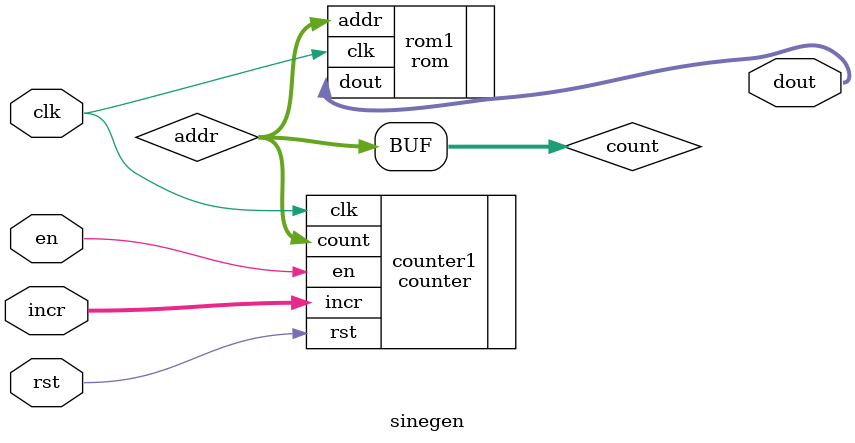
<source format=sv>
module sinegen #(
    parameter ADDRESS_WIDTH = 8,
              DATA_WIDTH    = 8 
) (
    input logic [DATA_WIDTH-1:0] incr,
    input logic clk,
    input logic rst,
    input logic en,
    output logic [DATA_WIDTH-1:0] dout

);

    logic [ADDRESS_WIDTH-1:0] addr;
    logic [ADDRESS_WIDTH-1:0] count;

    counter #(
        .WIDTH(ADDRESS_WIDTH)
    ) counter1 (
        .clk(clk),
        .rst(rst),
        .en(en),
        .count(count),
        .incr(incr)
    );

    rom #(
        .ADDRESS_WIDTH(ADDRESS_WIDTH),
        .DATA_WIDTH(DATA_WIDTH)
    ) rom1 (
        .clk(clk),
        .dout(dout),
        .addr(addr)
    );

    assign addr = count;
                
    
endmodule

</source>
